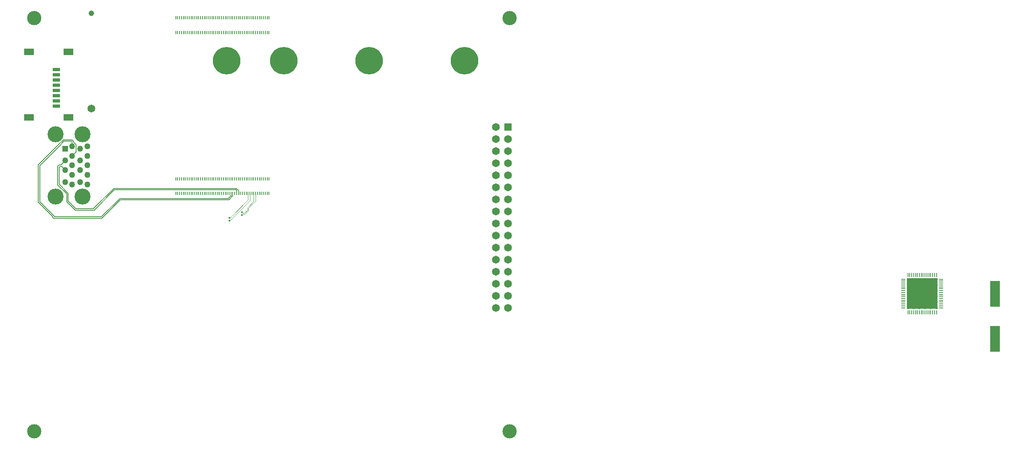
<source format=gtl>
G04*
G04 #@! TF.GenerationSoftware,Altium Limited,Altium Designer,25.1.2 (22)*
G04*
G04 Layer_Physical_Order=1*
G04 Layer_Color=255*
%FSLAX44Y44*%
%MOMM*%
G71*
G04*
G04 #@! TF.SameCoordinates,47DE64E8-2747-4DE2-8CAA-9D4F0D5BEAA4*
G04*
G04*
G04 #@! TF.FilePolarity,Positive*
G04*
G01*
G75*
%ADD15R,0.2000X0.7000*%
%ADD16R,2.0000X1.4500*%
%ADD17R,1.5000X0.8000*%
G04:AMPARAMS|DCode=19|XSize=0.81mm|YSize=0.22mm|CornerRadius=0.0275mm|HoleSize=0mm|Usage=FLASHONLY|Rotation=0.000|XOffset=0mm|YOffset=0mm|HoleType=Round|Shape=RoundedRectangle|*
%AMROUNDEDRECTD19*
21,1,0.8100,0.1650,0,0,0.0*
21,1,0.7550,0.2200,0,0,0.0*
1,1,0.0550,0.3775,-0.0825*
1,1,0.0550,-0.3775,-0.0825*
1,1,0.0550,-0.3775,0.0825*
1,1,0.0550,0.3775,0.0825*
%
%ADD19ROUNDEDRECTD19*%
G04:AMPARAMS|DCode=20|XSize=0.22mm|YSize=0.81mm|CornerRadius=0.0275mm|HoleSize=0mm|Usage=FLASHONLY|Rotation=0.000|XOffset=0mm|YOffset=0mm|HoleType=Round|Shape=RoundedRectangle|*
%AMROUNDEDRECTD20*
21,1,0.2200,0.7550,0,0,0.0*
21,1,0.1650,0.8100,0,0,0.0*
1,1,0.0550,0.0825,-0.3775*
1,1,0.0550,-0.0825,-0.3775*
1,1,0.0550,-0.0825,0.3775*
1,1,0.0550,0.0825,0.3775*
%
%ADD20ROUNDEDRECTD20*%
%ADD21R,2.0000X5.5000*%
%ADD40R,6.5000X6.5000*%
%ADD41C,0.1000*%
%ADD42C,0.1801*%
%ADD43C,3.3660*%
%ADD44C,1.2580*%
%ADD45C,1.6500*%
%ADD46C,1.1500*%
%ADD47C,5.8000*%
%ADD48C,0.5300*%
%ADD49R,1.6500X1.6500*%
%ADD50R,1.2580X1.2580*%
%ADD51C,3.0000*%
%ADD52C,0.4000*%
D15*
X352000Y890000D02*
D03*
X404000Y920800D02*
D03*
X416000D02*
D03*
X400000Y890000D02*
D03*
X416000D02*
D03*
X500000Y920800D02*
D03*
X440000D02*
D03*
X428000D02*
D03*
X480000D02*
D03*
X460000D02*
D03*
X520000D02*
D03*
X544000D02*
D03*
X532000D02*
D03*
X444000Y890000D02*
D03*
X428000D02*
D03*
X484000D02*
D03*
X464000D02*
D03*
X520000D02*
D03*
X504000D02*
D03*
X544000D02*
D03*
X532000D02*
D03*
X400000Y581600D02*
D03*
X412000D02*
D03*
X364000D02*
D03*
X352000D02*
D03*
X388000D02*
D03*
X376000D02*
D03*
X352000Y550800D02*
D03*
X376000D02*
D03*
X364000D02*
D03*
X388000D02*
D03*
X412000D02*
D03*
X400000D02*
D03*
X484000Y581600D02*
D03*
X496000D02*
D03*
X436000D02*
D03*
X424000D02*
D03*
X472000D02*
D03*
X532000D02*
D03*
X508000D02*
D03*
X520000Y550800D02*
D03*
Y581600D02*
D03*
X532000Y550800D02*
D03*
X472000D02*
D03*
X436000D02*
D03*
X424000D02*
D03*
X460000D02*
D03*
X448000D02*
D03*
X484000D02*
D03*
X508000D02*
D03*
X496000D02*
D03*
X536000D02*
D03*
X408000Y581600D02*
D03*
X404000D02*
D03*
X432000D02*
D03*
X428000D02*
D03*
X528000Y550800D02*
D03*
X524000D02*
D03*
X420000Y920800D02*
D03*
X416000Y581600D02*
D03*
X468000Y550800D02*
D03*
X488000D02*
D03*
X396000Y920800D02*
D03*
X424000D02*
D03*
X476000Y550800D02*
D03*
X392000Y920800D02*
D03*
X388000D02*
D03*
X384000D02*
D03*
X380000D02*
D03*
X376000D02*
D03*
X372000D02*
D03*
X408000D02*
D03*
X420000Y581600D02*
D03*
X544000Y550800D02*
D03*
X480000D02*
D03*
X504000D02*
D03*
X500000D02*
D03*
X540000D02*
D03*
X432000Y920800D02*
D03*
X512000Y550800D02*
D03*
X516000D02*
D03*
X412000Y920800D02*
D03*
X464000Y550800D02*
D03*
X492000D02*
D03*
X424000Y890000D02*
D03*
X348000Y550800D02*
D03*
Y581600D02*
D03*
X356000Y550800D02*
D03*
Y581600D02*
D03*
X360000Y550800D02*
D03*
Y581600D02*
D03*
X368000Y550800D02*
D03*
Y581600D02*
D03*
X372000Y550800D02*
D03*
Y581600D02*
D03*
X380000Y550800D02*
D03*
Y581600D02*
D03*
X384000Y550800D02*
D03*
Y581600D02*
D03*
X392000Y550800D02*
D03*
Y581600D02*
D03*
X396000Y550800D02*
D03*
Y581600D02*
D03*
X404000Y550800D02*
D03*
X408000D02*
D03*
X416000D02*
D03*
X420000D02*
D03*
X428000D02*
D03*
X432000D02*
D03*
X440000D02*
D03*
Y581600D02*
D03*
X444000Y550800D02*
D03*
Y581600D02*
D03*
X448000D02*
D03*
X452000Y550800D02*
D03*
Y581600D02*
D03*
X456000Y550800D02*
D03*
Y581600D02*
D03*
X460000D02*
D03*
X464000D02*
D03*
X468000D02*
D03*
X476000D02*
D03*
X480000D02*
D03*
X488000D02*
D03*
X492000D02*
D03*
X500000D02*
D03*
X504000D02*
D03*
X512000D02*
D03*
X516000D02*
D03*
X524000D02*
D03*
X528000D02*
D03*
X536000D02*
D03*
X540000D02*
D03*
X544000D02*
D03*
X348000Y890000D02*
D03*
Y920800D02*
D03*
X352000D02*
D03*
X356000Y890000D02*
D03*
Y920800D02*
D03*
X360000Y890000D02*
D03*
Y920800D02*
D03*
X364000Y890000D02*
D03*
Y920800D02*
D03*
X368000Y890000D02*
D03*
Y920800D02*
D03*
X372000Y890000D02*
D03*
X376000D02*
D03*
X380000D02*
D03*
X384000D02*
D03*
X388000D02*
D03*
X392000D02*
D03*
X396000D02*
D03*
X400000Y920800D02*
D03*
X404000Y890000D02*
D03*
X408000D02*
D03*
X412000D02*
D03*
X420000D02*
D03*
X432000D02*
D03*
X436000D02*
D03*
Y920800D02*
D03*
X440000Y890000D02*
D03*
X444000Y920800D02*
D03*
X448000Y890000D02*
D03*
Y920800D02*
D03*
X452000Y890000D02*
D03*
Y920800D02*
D03*
X456000Y890000D02*
D03*
Y920800D02*
D03*
X460000Y890000D02*
D03*
X464000Y920800D02*
D03*
X468000Y890000D02*
D03*
Y920800D02*
D03*
X472000Y890000D02*
D03*
Y920800D02*
D03*
X476000Y890000D02*
D03*
Y920800D02*
D03*
X480000Y890000D02*
D03*
X484000Y920800D02*
D03*
X488000Y890000D02*
D03*
Y920800D02*
D03*
X492000Y890000D02*
D03*
Y920800D02*
D03*
X496000Y890000D02*
D03*
Y920800D02*
D03*
X500000Y890000D02*
D03*
X504000Y920800D02*
D03*
X508000Y890000D02*
D03*
Y920800D02*
D03*
X512000Y890000D02*
D03*
Y920800D02*
D03*
X516000Y890000D02*
D03*
Y920800D02*
D03*
X524000Y890000D02*
D03*
Y920800D02*
D03*
X528000Y890000D02*
D03*
Y920800D02*
D03*
X536000Y890000D02*
D03*
Y920800D02*
D03*
X540000Y890000D02*
D03*
Y920800D02*
D03*
D16*
X39500Y848750D02*
D03*
X122500D02*
D03*
X39500Y711250D02*
D03*
X122500D02*
D03*
D17*
X96500Y757000D02*
D03*
Y779000D02*
D03*
Y812000D02*
D03*
Y768000D02*
D03*
Y746000D02*
D03*
Y735000D02*
D03*
Y790000D02*
D03*
Y801000D02*
D03*
D19*
X1957500Y370000D02*
D03*
Y366000D02*
D03*
Y362000D02*
D03*
Y358000D02*
D03*
Y354000D02*
D03*
Y350000D02*
D03*
Y346000D02*
D03*
Y342000D02*
D03*
Y338000D02*
D03*
Y334000D02*
D03*
Y330000D02*
D03*
Y326000D02*
D03*
Y322000D02*
D03*
Y318000D02*
D03*
Y314000D02*
D03*
Y310000D02*
D03*
X1878500D02*
D03*
Y314000D02*
D03*
Y318000D02*
D03*
Y322000D02*
D03*
Y326000D02*
D03*
Y330000D02*
D03*
Y334000D02*
D03*
Y338000D02*
D03*
Y342000D02*
D03*
Y346000D02*
D03*
Y350000D02*
D03*
Y354000D02*
D03*
Y358000D02*
D03*
Y362000D02*
D03*
Y366000D02*
D03*
Y370000D02*
D03*
D20*
X1888000Y379500D02*
D03*
X1892000D02*
D03*
X1896000D02*
D03*
X1900000D02*
D03*
X1904000D02*
D03*
X1908000D02*
D03*
X1912000D02*
D03*
X1916000D02*
D03*
X1920000D02*
D03*
X1924000D02*
D03*
X1928000D02*
D03*
X1932000D02*
D03*
X1936000D02*
D03*
X1940000D02*
D03*
X1944000D02*
D03*
X1948000D02*
D03*
Y300500D02*
D03*
X1944000D02*
D03*
X1940000D02*
D03*
X1936000D02*
D03*
X1932000D02*
D03*
X1928000D02*
D03*
X1924000D02*
D03*
X1920000D02*
D03*
X1916000D02*
D03*
X1912000D02*
D03*
X1908000D02*
D03*
X1904000D02*
D03*
X1900000D02*
D03*
X1896000D02*
D03*
X1892000D02*
D03*
X1888000D02*
D03*
D21*
X2071000Y244500D02*
D03*
Y339500D02*
D03*
D40*
X1918000Y340000D02*
D03*
D41*
X498750Y520768D02*
X512000Y534018D01*
X501000Y519836D02*
X516000Y534836D01*
Y550800D01*
X512000Y534018D02*
Y550800D01*
X461000Y499250D02*
X462250D01*
X462500Y495250D02*
X463907D01*
X461000Y493750D02*
X462500Y495250D01*
X463907D02*
X466250Y497593D01*
X462250Y499250D02*
X500000Y537000D01*
X488657Y509250D02*
X492318D01*
X488657Y509250D02*
X488657Y509250D01*
X488750Y507000D02*
X493250D01*
X501000Y514750D01*
X487000Y505250D02*
X488750Y507000D01*
X492318Y509250D02*
X498750Y515682D01*
X487000Y505238D02*
X487027Y505211D01*
X487000Y505238D02*
Y505250D01*
X501000Y514750D02*
Y519836D01*
X500000Y537000D02*
Y550800D01*
X466250Y497750D02*
X504000Y535500D01*
X466250Y497593D02*
Y497750D01*
X504000Y535500D02*
Y550800D01*
X488500Y509250D02*
X488657D01*
X487000Y510750D02*
X488500Y509250D01*
X498750Y515682D02*
Y520768D01*
D42*
X62000Y533264D02*
X92500Y502764D01*
X58949Y532000D02*
X89449Y501500D01*
X58949Y532000D02*
Y611014D01*
X91236Y498449D02*
X192764D01*
X89449Y500236D02*
X91236Y498449D01*
X89449Y500236D02*
Y501500D01*
X92500D02*
X191500D01*
X62000Y533264D02*
Y609750D01*
X92500Y501500D02*
Y502764D01*
X58949Y611014D02*
X98449Y650514D01*
X62000Y609750D02*
X101500Y649250D01*
X192764Y498449D02*
X231398Y537083D01*
X191500Y501500D02*
X230134Y540134D01*
X474232Y558250D02*
X476000Y556482D01*
X174982Y518500D02*
X217783Y561301D01*
X176246Y515449D02*
X219047Y558250D01*
X475496Y561301D02*
X480000Y556797D01*
X217783Y561301D02*
X475496D01*
X219047Y558250D02*
X474232D01*
X476000Y550800D02*
Y556482D01*
X136301Y515449D02*
X176246D01*
X137565Y518500D02*
X174982D01*
X99449Y569004D02*
Y607670D01*
X102680Y610900D01*
X106750D01*
X102500Y606406D02*
X103943Y607850D01*
X108000D01*
X115000Y600850D01*
X106750Y610900D02*
X115000Y619150D01*
Y620000D01*
Y600000D02*
Y600850D01*
X102500Y570268D02*
Y606406D01*
X133051Y658886D02*
X133496Y658440D01*
X129764Y663801D02*
X133051Y660514D01*
Y658886D02*
Y660514D01*
X113000Y660750D02*
X128500D01*
X128136Y663801D02*
X129764D01*
X130000Y650000D02*
Y659250D01*
X128500Y660750D02*
X130000Y659250D01*
X101500Y649250D02*
X113000Y660750D01*
X133496Y658440D02*
X138441Y653496D01*
X111736Y663801D02*
X128136D01*
X130000Y630000D02*
X138441Y638441D01*
Y646504D01*
X100236Y652301D02*
X111736Y663801D01*
X98449Y650514D02*
X100236Y652301D01*
X138441Y646504D02*
Y653496D01*
X231398Y537083D02*
X459630D01*
X230134Y540134D02*
X458366D01*
X464000Y545768D02*
Y550800D01*
X458366Y540134D02*
X464000Y545768D01*
X459630Y537083D02*
X468000Y545453D01*
Y550800D01*
X480000D02*
Y556797D01*
X121528Y534537D02*
Y551240D01*
X102500Y570268D02*
X121528Y551240D01*
Y534537D02*
X137565Y518500D01*
X118477Y533273D02*
X136301Y515449D01*
X118477Y533273D02*
Y549977D01*
X99449Y569004D02*
X118477Y549977D01*
D43*
X151800Y675700D02*
D03*
X95000D02*
D03*
X151800Y544300D02*
D03*
X95000D02*
D03*
D44*
X130000Y610000D02*
D03*
X147000Y575000D02*
D03*
X115000D02*
D03*
X162000Y610000D02*
D03*
X115000Y600000D02*
D03*
X130000Y570000D02*
D03*
X115000Y620000D02*
D03*
X162000Y650000D02*
D03*
Y630000D02*
D03*
Y590000D02*
D03*
Y570000D02*
D03*
X147000Y620000D02*
D03*
X130000Y630000D02*
D03*
Y590000D02*
D03*
X147000Y600000D02*
D03*
X130000Y650000D02*
D03*
X147000Y645000D02*
D03*
D45*
X170000Y730000D02*
D03*
X1047000Y665100D02*
D03*
Y639700D02*
D03*
Y614300D02*
D03*
Y588900D02*
D03*
Y563500D02*
D03*
Y411100D02*
D03*
Y436500D02*
D03*
Y461900D02*
D03*
Y487300D02*
D03*
Y512700D02*
D03*
Y538100D02*
D03*
X1021600Y334900D02*
D03*
X1047000D02*
D03*
X1021600Y385700D02*
D03*
X1047000D02*
D03*
X1021600Y436500D02*
D03*
Y487300D02*
D03*
Y538100D02*
D03*
Y588900D02*
D03*
Y639700D02*
D03*
Y690500D02*
D03*
Y309500D02*
D03*
Y360300D02*
D03*
Y411100D02*
D03*
Y461900D02*
D03*
Y512700D02*
D03*
Y563500D02*
D03*
Y614300D02*
D03*
Y665100D02*
D03*
X1047000Y309500D02*
D03*
Y360300D02*
D03*
D46*
X170000Y930000D02*
D03*
D47*
X955000Y830000D02*
D03*
X755000D02*
D03*
X575000D02*
D03*
X455000D02*
D03*
D48*
X1948000Y310000D02*
D03*
X1936000D02*
D03*
X1924000D02*
D03*
X1912000D02*
D03*
X1900000D02*
D03*
X1888000D02*
D03*
X1948000Y322000D02*
D03*
X1936000D02*
D03*
X1924000D02*
D03*
X1912000D02*
D03*
X1900000D02*
D03*
X1888000D02*
D03*
X1948000Y334000D02*
D03*
X1936000D02*
D03*
X1924000D02*
D03*
X1912000D02*
D03*
X1900000D02*
D03*
X1888000D02*
D03*
X1948000Y346000D02*
D03*
X1936000D02*
D03*
X1924000D02*
D03*
X1912000D02*
D03*
X1900000D02*
D03*
X1888000D02*
D03*
X1948000Y358000D02*
D03*
X1936000D02*
D03*
X1924000D02*
D03*
X1912000D02*
D03*
X1900000D02*
D03*
X1888000D02*
D03*
X1948000Y370000D02*
D03*
X1936000D02*
D03*
X1924000D02*
D03*
X1912000D02*
D03*
X1900000D02*
D03*
X1888000D02*
D03*
D49*
X1047000Y690500D02*
D03*
D50*
X115000Y645000D02*
D03*
D51*
X1050000Y50000D02*
D03*
Y920000D02*
D03*
X50000D02*
D03*
Y50000D02*
D03*
D52*
X461000Y493750D02*
D03*
Y499250D02*
D03*
X487027Y505211D02*
D03*
X487000Y510750D02*
D03*
M02*

</source>
